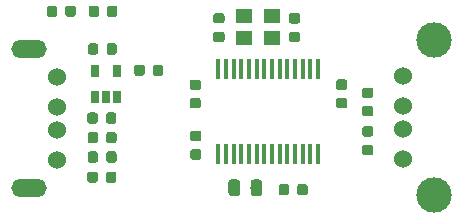
<source format=gtp>
G04 #@! TF.GenerationSoftware,KiCad,Pcbnew,(5.1.2)-1*
G04 #@! TF.CreationDate,2021-07-24T10:23:43+09:00*
G04 #@! TF.ProjectId,PS2USB,50533255-5342-42e6-9b69-6361645f7063,v2.1*
G04 #@! TF.SameCoordinates,Original*
G04 #@! TF.FileFunction,Paste,Top*
G04 #@! TF.FilePolarity,Positive*
%FSLAX46Y46*%
G04 Gerber Fmt 4.6, Leading zero omitted, Abs format (unit mm)*
G04 Created by KiCad (PCBNEW (5.1.2)-1) date 2021-07-24 10:23:43*
%MOMM*%
%LPD*%
G04 APERTURE LIST*
%ADD10C,0.050000*%
%ADD11C,0.875000*%
%ADD12R,0.650000X1.060000*%
%ADD13C,0.975000*%
%ADD14C,1.524000*%
%ADD15O,3.000000X1.500000*%
%ADD16C,3.000000*%
%ADD17R,1.400000X1.200000*%
%ADD18R,0.450000X1.750000*%
G04 APERTURE END LIST*
D10*
G36*
X104277691Y-93813553D02*
G01*
X104298926Y-93816703D01*
X104319750Y-93821919D01*
X104339962Y-93829151D01*
X104359368Y-93838330D01*
X104377781Y-93849366D01*
X104395024Y-93862154D01*
X104410930Y-93876570D01*
X104425346Y-93892476D01*
X104438134Y-93909719D01*
X104449170Y-93928132D01*
X104458349Y-93947538D01*
X104465581Y-93967750D01*
X104470797Y-93988574D01*
X104473947Y-94009809D01*
X104475000Y-94031250D01*
X104475000Y-94468750D01*
X104473947Y-94490191D01*
X104470797Y-94511426D01*
X104465581Y-94532250D01*
X104458349Y-94552462D01*
X104449170Y-94571868D01*
X104438134Y-94590281D01*
X104425346Y-94607524D01*
X104410930Y-94623430D01*
X104395024Y-94637846D01*
X104377781Y-94650634D01*
X104359368Y-94661670D01*
X104339962Y-94670849D01*
X104319750Y-94678081D01*
X104298926Y-94683297D01*
X104277691Y-94686447D01*
X104256250Y-94687500D01*
X103743750Y-94687500D01*
X103722309Y-94686447D01*
X103701074Y-94683297D01*
X103680250Y-94678081D01*
X103660038Y-94670849D01*
X103640632Y-94661670D01*
X103622219Y-94650634D01*
X103604976Y-94637846D01*
X103589070Y-94623430D01*
X103574654Y-94607524D01*
X103561866Y-94590281D01*
X103550830Y-94571868D01*
X103541651Y-94552462D01*
X103534419Y-94532250D01*
X103529203Y-94511426D01*
X103526053Y-94490191D01*
X103525000Y-94468750D01*
X103525000Y-94031250D01*
X103526053Y-94009809D01*
X103529203Y-93988574D01*
X103534419Y-93967750D01*
X103541651Y-93947538D01*
X103550830Y-93928132D01*
X103561866Y-93909719D01*
X103574654Y-93892476D01*
X103589070Y-93876570D01*
X103604976Y-93862154D01*
X103622219Y-93849366D01*
X103640632Y-93838330D01*
X103660038Y-93829151D01*
X103680250Y-93821919D01*
X103701074Y-93816703D01*
X103722309Y-93813553D01*
X103743750Y-93812500D01*
X104256250Y-93812500D01*
X104277691Y-93813553D01*
X104277691Y-93813553D01*
G37*
D11*
X104000000Y-94250000D03*
D10*
G36*
X104277691Y-92238553D02*
G01*
X104298926Y-92241703D01*
X104319750Y-92246919D01*
X104339962Y-92254151D01*
X104359368Y-92263330D01*
X104377781Y-92274366D01*
X104395024Y-92287154D01*
X104410930Y-92301570D01*
X104425346Y-92317476D01*
X104438134Y-92334719D01*
X104449170Y-92353132D01*
X104458349Y-92372538D01*
X104465581Y-92392750D01*
X104470797Y-92413574D01*
X104473947Y-92434809D01*
X104475000Y-92456250D01*
X104475000Y-92893750D01*
X104473947Y-92915191D01*
X104470797Y-92936426D01*
X104465581Y-92957250D01*
X104458349Y-92977462D01*
X104449170Y-92996868D01*
X104438134Y-93015281D01*
X104425346Y-93032524D01*
X104410930Y-93048430D01*
X104395024Y-93062846D01*
X104377781Y-93075634D01*
X104359368Y-93086670D01*
X104339962Y-93095849D01*
X104319750Y-93103081D01*
X104298926Y-93108297D01*
X104277691Y-93111447D01*
X104256250Y-93112500D01*
X103743750Y-93112500D01*
X103722309Y-93111447D01*
X103701074Y-93108297D01*
X103680250Y-93103081D01*
X103660038Y-93095849D01*
X103640632Y-93086670D01*
X103622219Y-93075634D01*
X103604976Y-93062846D01*
X103589070Y-93048430D01*
X103574654Y-93032524D01*
X103561866Y-93015281D01*
X103550830Y-92996868D01*
X103541651Y-92977462D01*
X103534419Y-92957250D01*
X103529203Y-92936426D01*
X103526053Y-92915191D01*
X103525000Y-92893750D01*
X103525000Y-92456250D01*
X103526053Y-92434809D01*
X103529203Y-92413574D01*
X103534419Y-92392750D01*
X103541651Y-92372538D01*
X103550830Y-92353132D01*
X103561866Y-92334719D01*
X103574654Y-92317476D01*
X103589070Y-92301570D01*
X103604976Y-92287154D01*
X103622219Y-92274366D01*
X103640632Y-92263330D01*
X103660038Y-92254151D01*
X103680250Y-92246919D01*
X103701074Y-92241703D01*
X103722309Y-92238553D01*
X103743750Y-92237500D01*
X104256250Y-92237500D01*
X104277691Y-92238553D01*
X104277691Y-92238553D01*
G37*
D11*
X104000000Y-92675000D03*
D10*
G36*
X82615191Y-82026053D02*
G01*
X82636426Y-82029203D01*
X82657250Y-82034419D01*
X82677462Y-82041651D01*
X82696868Y-82050830D01*
X82715281Y-82061866D01*
X82732524Y-82074654D01*
X82748430Y-82089070D01*
X82762846Y-82104976D01*
X82775634Y-82122219D01*
X82786670Y-82140632D01*
X82795849Y-82160038D01*
X82803081Y-82180250D01*
X82808297Y-82201074D01*
X82811447Y-82222309D01*
X82812500Y-82243750D01*
X82812500Y-82756250D01*
X82811447Y-82777691D01*
X82808297Y-82798926D01*
X82803081Y-82819750D01*
X82795849Y-82839962D01*
X82786670Y-82859368D01*
X82775634Y-82877781D01*
X82762846Y-82895024D01*
X82748430Y-82910930D01*
X82732524Y-82925346D01*
X82715281Y-82938134D01*
X82696868Y-82949170D01*
X82677462Y-82958349D01*
X82657250Y-82965581D01*
X82636426Y-82970797D01*
X82615191Y-82973947D01*
X82593750Y-82975000D01*
X82156250Y-82975000D01*
X82134809Y-82973947D01*
X82113574Y-82970797D01*
X82092750Y-82965581D01*
X82072538Y-82958349D01*
X82053132Y-82949170D01*
X82034719Y-82938134D01*
X82017476Y-82925346D01*
X82001570Y-82910930D01*
X81987154Y-82895024D01*
X81974366Y-82877781D01*
X81963330Y-82859368D01*
X81954151Y-82839962D01*
X81946919Y-82819750D01*
X81941703Y-82798926D01*
X81938553Y-82777691D01*
X81937500Y-82756250D01*
X81937500Y-82243750D01*
X81938553Y-82222309D01*
X81941703Y-82201074D01*
X81946919Y-82180250D01*
X81954151Y-82160038D01*
X81963330Y-82140632D01*
X81974366Y-82122219D01*
X81987154Y-82104976D01*
X82001570Y-82089070D01*
X82017476Y-82074654D01*
X82034719Y-82061866D01*
X82053132Y-82050830D01*
X82072538Y-82041651D01*
X82092750Y-82034419D01*
X82113574Y-82029203D01*
X82134809Y-82026053D01*
X82156250Y-82025000D01*
X82593750Y-82025000D01*
X82615191Y-82026053D01*
X82615191Y-82026053D01*
G37*
D11*
X82375000Y-82500000D03*
D10*
G36*
X81040191Y-82026053D02*
G01*
X81061426Y-82029203D01*
X81082250Y-82034419D01*
X81102462Y-82041651D01*
X81121868Y-82050830D01*
X81140281Y-82061866D01*
X81157524Y-82074654D01*
X81173430Y-82089070D01*
X81187846Y-82104976D01*
X81200634Y-82122219D01*
X81211670Y-82140632D01*
X81220849Y-82160038D01*
X81228081Y-82180250D01*
X81233297Y-82201074D01*
X81236447Y-82222309D01*
X81237500Y-82243750D01*
X81237500Y-82756250D01*
X81236447Y-82777691D01*
X81233297Y-82798926D01*
X81228081Y-82819750D01*
X81220849Y-82839962D01*
X81211670Y-82859368D01*
X81200634Y-82877781D01*
X81187846Y-82895024D01*
X81173430Y-82910930D01*
X81157524Y-82925346D01*
X81140281Y-82938134D01*
X81121868Y-82949170D01*
X81102462Y-82958349D01*
X81082250Y-82965581D01*
X81061426Y-82970797D01*
X81040191Y-82973947D01*
X81018750Y-82975000D01*
X80581250Y-82975000D01*
X80559809Y-82973947D01*
X80538574Y-82970797D01*
X80517750Y-82965581D01*
X80497538Y-82958349D01*
X80478132Y-82949170D01*
X80459719Y-82938134D01*
X80442476Y-82925346D01*
X80426570Y-82910930D01*
X80412154Y-82895024D01*
X80399366Y-82877781D01*
X80388330Y-82859368D01*
X80379151Y-82839962D01*
X80371919Y-82819750D01*
X80366703Y-82798926D01*
X80363553Y-82777691D01*
X80362500Y-82756250D01*
X80362500Y-82243750D01*
X80363553Y-82222309D01*
X80366703Y-82201074D01*
X80371919Y-82180250D01*
X80379151Y-82160038D01*
X80388330Y-82140632D01*
X80399366Y-82122219D01*
X80412154Y-82104976D01*
X80426570Y-82089070D01*
X80442476Y-82074654D01*
X80459719Y-82061866D01*
X80478132Y-82050830D01*
X80497538Y-82041651D01*
X80517750Y-82034419D01*
X80538574Y-82029203D01*
X80559809Y-82026053D01*
X80581250Y-82025000D01*
X81018750Y-82025000D01*
X81040191Y-82026053D01*
X81040191Y-82026053D01*
G37*
D11*
X80800000Y-82500000D03*
D12*
X80900000Y-87550000D03*
X82800000Y-87550000D03*
X82800000Y-89750000D03*
X81850000Y-89750000D03*
X80900000Y-89750000D03*
D10*
G36*
X102077691Y-88276053D02*
G01*
X102098926Y-88279203D01*
X102119750Y-88284419D01*
X102139962Y-88291651D01*
X102159368Y-88300830D01*
X102177781Y-88311866D01*
X102195024Y-88324654D01*
X102210930Y-88339070D01*
X102225346Y-88354976D01*
X102238134Y-88372219D01*
X102249170Y-88390632D01*
X102258349Y-88410038D01*
X102265581Y-88430250D01*
X102270797Y-88451074D01*
X102273947Y-88472309D01*
X102275000Y-88493750D01*
X102275000Y-88931250D01*
X102273947Y-88952691D01*
X102270797Y-88973926D01*
X102265581Y-88994750D01*
X102258349Y-89014962D01*
X102249170Y-89034368D01*
X102238134Y-89052781D01*
X102225346Y-89070024D01*
X102210930Y-89085930D01*
X102195024Y-89100346D01*
X102177781Y-89113134D01*
X102159368Y-89124170D01*
X102139962Y-89133349D01*
X102119750Y-89140581D01*
X102098926Y-89145797D01*
X102077691Y-89148947D01*
X102056250Y-89150000D01*
X101543750Y-89150000D01*
X101522309Y-89148947D01*
X101501074Y-89145797D01*
X101480250Y-89140581D01*
X101460038Y-89133349D01*
X101440632Y-89124170D01*
X101422219Y-89113134D01*
X101404976Y-89100346D01*
X101389070Y-89085930D01*
X101374654Y-89070024D01*
X101361866Y-89052781D01*
X101350830Y-89034368D01*
X101341651Y-89014962D01*
X101334419Y-88994750D01*
X101329203Y-88973926D01*
X101326053Y-88952691D01*
X101325000Y-88931250D01*
X101325000Y-88493750D01*
X101326053Y-88472309D01*
X101329203Y-88451074D01*
X101334419Y-88430250D01*
X101341651Y-88410038D01*
X101350830Y-88390632D01*
X101361866Y-88372219D01*
X101374654Y-88354976D01*
X101389070Y-88339070D01*
X101404976Y-88324654D01*
X101422219Y-88311866D01*
X101440632Y-88300830D01*
X101460038Y-88291651D01*
X101480250Y-88284419D01*
X101501074Y-88279203D01*
X101522309Y-88276053D01*
X101543750Y-88275000D01*
X102056250Y-88275000D01*
X102077691Y-88276053D01*
X102077691Y-88276053D01*
G37*
D11*
X101800000Y-88712500D03*
D10*
G36*
X102077691Y-89851053D02*
G01*
X102098926Y-89854203D01*
X102119750Y-89859419D01*
X102139962Y-89866651D01*
X102159368Y-89875830D01*
X102177781Y-89886866D01*
X102195024Y-89899654D01*
X102210930Y-89914070D01*
X102225346Y-89929976D01*
X102238134Y-89947219D01*
X102249170Y-89965632D01*
X102258349Y-89985038D01*
X102265581Y-90005250D01*
X102270797Y-90026074D01*
X102273947Y-90047309D01*
X102275000Y-90068750D01*
X102275000Y-90506250D01*
X102273947Y-90527691D01*
X102270797Y-90548926D01*
X102265581Y-90569750D01*
X102258349Y-90589962D01*
X102249170Y-90609368D01*
X102238134Y-90627781D01*
X102225346Y-90645024D01*
X102210930Y-90660930D01*
X102195024Y-90675346D01*
X102177781Y-90688134D01*
X102159368Y-90699170D01*
X102139962Y-90708349D01*
X102119750Y-90715581D01*
X102098926Y-90720797D01*
X102077691Y-90723947D01*
X102056250Y-90725000D01*
X101543750Y-90725000D01*
X101522309Y-90723947D01*
X101501074Y-90720797D01*
X101480250Y-90715581D01*
X101460038Y-90708349D01*
X101440632Y-90699170D01*
X101422219Y-90688134D01*
X101404976Y-90675346D01*
X101389070Y-90660930D01*
X101374654Y-90645024D01*
X101361866Y-90627781D01*
X101350830Y-90609368D01*
X101341651Y-90589962D01*
X101334419Y-90569750D01*
X101329203Y-90548926D01*
X101326053Y-90527691D01*
X101325000Y-90506250D01*
X101325000Y-90068750D01*
X101326053Y-90047309D01*
X101329203Y-90026074D01*
X101334419Y-90005250D01*
X101341651Y-89985038D01*
X101350830Y-89965632D01*
X101361866Y-89947219D01*
X101374654Y-89929976D01*
X101389070Y-89914070D01*
X101404976Y-89899654D01*
X101422219Y-89886866D01*
X101440632Y-89875830D01*
X101460038Y-89866651D01*
X101480250Y-89859419D01*
X101501074Y-89854203D01*
X101522309Y-89851053D01*
X101543750Y-89850000D01*
X102056250Y-89850000D01*
X102077691Y-89851053D01*
X102077691Y-89851053D01*
G37*
D11*
X101800000Y-90287500D03*
D10*
G36*
X92967642Y-96751174D02*
G01*
X92991303Y-96754684D01*
X93014507Y-96760496D01*
X93037029Y-96768554D01*
X93058653Y-96778782D01*
X93079170Y-96791079D01*
X93098383Y-96805329D01*
X93116107Y-96821393D01*
X93132171Y-96839117D01*
X93146421Y-96858330D01*
X93158718Y-96878847D01*
X93168946Y-96900471D01*
X93177004Y-96922993D01*
X93182816Y-96946197D01*
X93186326Y-96969858D01*
X93187500Y-96993750D01*
X93187500Y-97906250D01*
X93186326Y-97930142D01*
X93182816Y-97953803D01*
X93177004Y-97977007D01*
X93168946Y-97999529D01*
X93158718Y-98021153D01*
X93146421Y-98041670D01*
X93132171Y-98060883D01*
X93116107Y-98078607D01*
X93098383Y-98094671D01*
X93079170Y-98108921D01*
X93058653Y-98121218D01*
X93037029Y-98131446D01*
X93014507Y-98139504D01*
X92991303Y-98145316D01*
X92967642Y-98148826D01*
X92943750Y-98150000D01*
X92456250Y-98150000D01*
X92432358Y-98148826D01*
X92408697Y-98145316D01*
X92385493Y-98139504D01*
X92362971Y-98131446D01*
X92341347Y-98121218D01*
X92320830Y-98108921D01*
X92301617Y-98094671D01*
X92283893Y-98078607D01*
X92267829Y-98060883D01*
X92253579Y-98041670D01*
X92241282Y-98021153D01*
X92231054Y-97999529D01*
X92222996Y-97977007D01*
X92217184Y-97953803D01*
X92213674Y-97930142D01*
X92212500Y-97906250D01*
X92212500Y-96993750D01*
X92213674Y-96969858D01*
X92217184Y-96946197D01*
X92222996Y-96922993D01*
X92231054Y-96900471D01*
X92241282Y-96878847D01*
X92253579Y-96858330D01*
X92267829Y-96839117D01*
X92283893Y-96821393D01*
X92301617Y-96805329D01*
X92320830Y-96791079D01*
X92341347Y-96778782D01*
X92362971Y-96768554D01*
X92385493Y-96760496D01*
X92408697Y-96754684D01*
X92432358Y-96751174D01*
X92456250Y-96750000D01*
X92943750Y-96750000D01*
X92967642Y-96751174D01*
X92967642Y-96751174D01*
G37*
D13*
X92700000Y-97450000D03*
D10*
G36*
X94842642Y-96751174D02*
G01*
X94866303Y-96754684D01*
X94889507Y-96760496D01*
X94912029Y-96768554D01*
X94933653Y-96778782D01*
X94954170Y-96791079D01*
X94973383Y-96805329D01*
X94991107Y-96821393D01*
X95007171Y-96839117D01*
X95021421Y-96858330D01*
X95033718Y-96878847D01*
X95043946Y-96900471D01*
X95052004Y-96922993D01*
X95057816Y-96946197D01*
X95061326Y-96969858D01*
X95062500Y-96993750D01*
X95062500Y-97906250D01*
X95061326Y-97930142D01*
X95057816Y-97953803D01*
X95052004Y-97977007D01*
X95043946Y-97999529D01*
X95033718Y-98021153D01*
X95021421Y-98041670D01*
X95007171Y-98060883D01*
X94991107Y-98078607D01*
X94973383Y-98094671D01*
X94954170Y-98108921D01*
X94933653Y-98121218D01*
X94912029Y-98131446D01*
X94889507Y-98139504D01*
X94866303Y-98145316D01*
X94842642Y-98148826D01*
X94818750Y-98150000D01*
X94331250Y-98150000D01*
X94307358Y-98148826D01*
X94283697Y-98145316D01*
X94260493Y-98139504D01*
X94237971Y-98131446D01*
X94216347Y-98121218D01*
X94195830Y-98108921D01*
X94176617Y-98094671D01*
X94158893Y-98078607D01*
X94142829Y-98060883D01*
X94128579Y-98041670D01*
X94116282Y-98021153D01*
X94106054Y-97999529D01*
X94097996Y-97977007D01*
X94092184Y-97953803D01*
X94088674Y-97930142D01*
X94087500Y-97906250D01*
X94087500Y-96993750D01*
X94088674Y-96969858D01*
X94092184Y-96946197D01*
X94097996Y-96922993D01*
X94106054Y-96900471D01*
X94116282Y-96878847D01*
X94128579Y-96858330D01*
X94142829Y-96839117D01*
X94158893Y-96821393D01*
X94176617Y-96805329D01*
X94195830Y-96791079D01*
X94216347Y-96778782D01*
X94237971Y-96768554D01*
X94260493Y-96760496D01*
X94283697Y-96754684D01*
X94307358Y-96751174D01*
X94331250Y-96750000D01*
X94818750Y-96750000D01*
X94842642Y-96751174D01*
X94842642Y-96751174D01*
G37*
D13*
X94575000Y-97450000D03*
D14*
X77700000Y-95100000D03*
X77700000Y-92600000D03*
X77700000Y-90600000D03*
X77700000Y-88100000D03*
D15*
X75300000Y-85700000D03*
X75300000Y-97500000D03*
D10*
G36*
X80940191Y-96076053D02*
G01*
X80961426Y-96079203D01*
X80982250Y-96084419D01*
X81002462Y-96091651D01*
X81021868Y-96100830D01*
X81040281Y-96111866D01*
X81057524Y-96124654D01*
X81073430Y-96139070D01*
X81087846Y-96154976D01*
X81100634Y-96172219D01*
X81111670Y-96190632D01*
X81120849Y-96210038D01*
X81128081Y-96230250D01*
X81133297Y-96251074D01*
X81136447Y-96272309D01*
X81137500Y-96293750D01*
X81137500Y-96806250D01*
X81136447Y-96827691D01*
X81133297Y-96848926D01*
X81128081Y-96869750D01*
X81120849Y-96889962D01*
X81111670Y-96909368D01*
X81100634Y-96927781D01*
X81087846Y-96945024D01*
X81073430Y-96960930D01*
X81057524Y-96975346D01*
X81040281Y-96988134D01*
X81021868Y-96999170D01*
X81002462Y-97008349D01*
X80982250Y-97015581D01*
X80961426Y-97020797D01*
X80940191Y-97023947D01*
X80918750Y-97025000D01*
X80481250Y-97025000D01*
X80459809Y-97023947D01*
X80438574Y-97020797D01*
X80417750Y-97015581D01*
X80397538Y-97008349D01*
X80378132Y-96999170D01*
X80359719Y-96988134D01*
X80342476Y-96975346D01*
X80326570Y-96960930D01*
X80312154Y-96945024D01*
X80299366Y-96927781D01*
X80288330Y-96909368D01*
X80279151Y-96889962D01*
X80271919Y-96869750D01*
X80266703Y-96848926D01*
X80263553Y-96827691D01*
X80262500Y-96806250D01*
X80262500Y-96293750D01*
X80263553Y-96272309D01*
X80266703Y-96251074D01*
X80271919Y-96230250D01*
X80279151Y-96210038D01*
X80288330Y-96190632D01*
X80299366Y-96172219D01*
X80312154Y-96154976D01*
X80326570Y-96139070D01*
X80342476Y-96124654D01*
X80359719Y-96111866D01*
X80378132Y-96100830D01*
X80397538Y-96091651D01*
X80417750Y-96084419D01*
X80438574Y-96079203D01*
X80459809Y-96076053D01*
X80481250Y-96075000D01*
X80918750Y-96075000D01*
X80940191Y-96076053D01*
X80940191Y-96076053D01*
G37*
D11*
X80700000Y-96550000D03*
D10*
G36*
X82515191Y-96076053D02*
G01*
X82536426Y-96079203D01*
X82557250Y-96084419D01*
X82577462Y-96091651D01*
X82596868Y-96100830D01*
X82615281Y-96111866D01*
X82632524Y-96124654D01*
X82648430Y-96139070D01*
X82662846Y-96154976D01*
X82675634Y-96172219D01*
X82686670Y-96190632D01*
X82695849Y-96210038D01*
X82703081Y-96230250D01*
X82708297Y-96251074D01*
X82711447Y-96272309D01*
X82712500Y-96293750D01*
X82712500Y-96806250D01*
X82711447Y-96827691D01*
X82708297Y-96848926D01*
X82703081Y-96869750D01*
X82695849Y-96889962D01*
X82686670Y-96909368D01*
X82675634Y-96927781D01*
X82662846Y-96945024D01*
X82648430Y-96960930D01*
X82632524Y-96975346D01*
X82615281Y-96988134D01*
X82596868Y-96999170D01*
X82577462Y-97008349D01*
X82557250Y-97015581D01*
X82536426Y-97020797D01*
X82515191Y-97023947D01*
X82493750Y-97025000D01*
X82056250Y-97025000D01*
X82034809Y-97023947D01*
X82013574Y-97020797D01*
X81992750Y-97015581D01*
X81972538Y-97008349D01*
X81953132Y-96999170D01*
X81934719Y-96988134D01*
X81917476Y-96975346D01*
X81901570Y-96960930D01*
X81887154Y-96945024D01*
X81874366Y-96927781D01*
X81863330Y-96909368D01*
X81854151Y-96889962D01*
X81846919Y-96869750D01*
X81841703Y-96848926D01*
X81838553Y-96827691D01*
X81837500Y-96806250D01*
X81837500Y-96293750D01*
X81838553Y-96272309D01*
X81841703Y-96251074D01*
X81846919Y-96230250D01*
X81854151Y-96210038D01*
X81863330Y-96190632D01*
X81874366Y-96172219D01*
X81887154Y-96154976D01*
X81901570Y-96139070D01*
X81917476Y-96124654D01*
X81934719Y-96111866D01*
X81953132Y-96100830D01*
X81972538Y-96091651D01*
X81992750Y-96084419D01*
X82013574Y-96079203D01*
X82034809Y-96076053D01*
X82056250Y-96075000D01*
X82493750Y-96075000D01*
X82515191Y-96076053D01*
X82515191Y-96076053D01*
G37*
D11*
X82275000Y-96550000D03*
D10*
G36*
X89677691Y-88288553D02*
G01*
X89698926Y-88291703D01*
X89719750Y-88296919D01*
X89739962Y-88304151D01*
X89759368Y-88313330D01*
X89777781Y-88324366D01*
X89795024Y-88337154D01*
X89810930Y-88351570D01*
X89825346Y-88367476D01*
X89838134Y-88384719D01*
X89849170Y-88403132D01*
X89858349Y-88422538D01*
X89865581Y-88442750D01*
X89870797Y-88463574D01*
X89873947Y-88484809D01*
X89875000Y-88506250D01*
X89875000Y-88943750D01*
X89873947Y-88965191D01*
X89870797Y-88986426D01*
X89865581Y-89007250D01*
X89858349Y-89027462D01*
X89849170Y-89046868D01*
X89838134Y-89065281D01*
X89825346Y-89082524D01*
X89810930Y-89098430D01*
X89795024Y-89112846D01*
X89777781Y-89125634D01*
X89759368Y-89136670D01*
X89739962Y-89145849D01*
X89719750Y-89153081D01*
X89698926Y-89158297D01*
X89677691Y-89161447D01*
X89656250Y-89162500D01*
X89143750Y-89162500D01*
X89122309Y-89161447D01*
X89101074Y-89158297D01*
X89080250Y-89153081D01*
X89060038Y-89145849D01*
X89040632Y-89136670D01*
X89022219Y-89125634D01*
X89004976Y-89112846D01*
X88989070Y-89098430D01*
X88974654Y-89082524D01*
X88961866Y-89065281D01*
X88950830Y-89046868D01*
X88941651Y-89027462D01*
X88934419Y-89007250D01*
X88929203Y-88986426D01*
X88926053Y-88965191D01*
X88925000Y-88943750D01*
X88925000Y-88506250D01*
X88926053Y-88484809D01*
X88929203Y-88463574D01*
X88934419Y-88442750D01*
X88941651Y-88422538D01*
X88950830Y-88403132D01*
X88961866Y-88384719D01*
X88974654Y-88367476D01*
X88989070Y-88351570D01*
X89004976Y-88337154D01*
X89022219Y-88324366D01*
X89040632Y-88313330D01*
X89060038Y-88304151D01*
X89080250Y-88296919D01*
X89101074Y-88291703D01*
X89122309Y-88288553D01*
X89143750Y-88287500D01*
X89656250Y-88287500D01*
X89677691Y-88288553D01*
X89677691Y-88288553D01*
G37*
D11*
X89400000Y-88725000D03*
D10*
G36*
X89677691Y-89863553D02*
G01*
X89698926Y-89866703D01*
X89719750Y-89871919D01*
X89739962Y-89879151D01*
X89759368Y-89888330D01*
X89777781Y-89899366D01*
X89795024Y-89912154D01*
X89810930Y-89926570D01*
X89825346Y-89942476D01*
X89838134Y-89959719D01*
X89849170Y-89978132D01*
X89858349Y-89997538D01*
X89865581Y-90017750D01*
X89870797Y-90038574D01*
X89873947Y-90059809D01*
X89875000Y-90081250D01*
X89875000Y-90518750D01*
X89873947Y-90540191D01*
X89870797Y-90561426D01*
X89865581Y-90582250D01*
X89858349Y-90602462D01*
X89849170Y-90621868D01*
X89838134Y-90640281D01*
X89825346Y-90657524D01*
X89810930Y-90673430D01*
X89795024Y-90687846D01*
X89777781Y-90700634D01*
X89759368Y-90711670D01*
X89739962Y-90720849D01*
X89719750Y-90728081D01*
X89698926Y-90733297D01*
X89677691Y-90736447D01*
X89656250Y-90737500D01*
X89143750Y-90737500D01*
X89122309Y-90736447D01*
X89101074Y-90733297D01*
X89080250Y-90728081D01*
X89060038Y-90720849D01*
X89040632Y-90711670D01*
X89022219Y-90700634D01*
X89004976Y-90687846D01*
X88989070Y-90673430D01*
X88974654Y-90657524D01*
X88961866Y-90640281D01*
X88950830Y-90621868D01*
X88941651Y-90602462D01*
X88934419Y-90582250D01*
X88929203Y-90561426D01*
X88926053Y-90540191D01*
X88925000Y-90518750D01*
X88925000Y-90081250D01*
X88926053Y-90059809D01*
X88929203Y-90038574D01*
X88934419Y-90017750D01*
X88941651Y-89997538D01*
X88950830Y-89978132D01*
X88961866Y-89959719D01*
X88974654Y-89942476D01*
X88989070Y-89926570D01*
X89004976Y-89912154D01*
X89022219Y-89899366D01*
X89040632Y-89888330D01*
X89060038Y-89879151D01*
X89080250Y-89871919D01*
X89101074Y-89866703D01*
X89122309Y-89863553D01*
X89143750Y-89862500D01*
X89656250Y-89862500D01*
X89677691Y-89863553D01*
X89677691Y-89863553D01*
G37*
D11*
X89400000Y-90300000D03*
D10*
G36*
X98715191Y-97126053D02*
G01*
X98736426Y-97129203D01*
X98757250Y-97134419D01*
X98777462Y-97141651D01*
X98796868Y-97150830D01*
X98815281Y-97161866D01*
X98832524Y-97174654D01*
X98848430Y-97189070D01*
X98862846Y-97204976D01*
X98875634Y-97222219D01*
X98886670Y-97240632D01*
X98895849Y-97260038D01*
X98903081Y-97280250D01*
X98908297Y-97301074D01*
X98911447Y-97322309D01*
X98912500Y-97343750D01*
X98912500Y-97856250D01*
X98911447Y-97877691D01*
X98908297Y-97898926D01*
X98903081Y-97919750D01*
X98895849Y-97939962D01*
X98886670Y-97959368D01*
X98875634Y-97977781D01*
X98862846Y-97995024D01*
X98848430Y-98010930D01*
X98832524Y-98025346D01*
X98815281Y-98038134D01*
X98796868Y-98049170D01*
X98777462Y-98058349D01*
X98757250Y-98065581D01*
X98736426Y-98070797D01*
X98715191Y-98073947D01*
X98693750Y-98075000D01*
X98256250Y-98075000D01*
X98234809Y-98073947D01*
X98213574Y-98070797D01*
X98192750Y-98065581D01*
X98172538Y-98058349D01*
X98153132Y-98049170D01*
X98134719Y-98038134D01*
X98117476Y-98025346D01*
X98101570Y-98010930D01*
X98087154Y-97995024D01*
X98074366Y-97977781D01*
X98063330Y-97959368D01*
X98054151Y-97939962D01*
X98046919Y-97919750D01*
X98041703Y-97898926D01*
X98038553Y-97877691D01*
X98037500Y-97856250D01*
X98037500Y-97343750D01*
X98038553Y-97322309D01*
X98041703Y-97301074D01*
X98046919Y-97280250D01*
X98054151Y-97260038D01*
X98063330Y-97240632D01*
X98074366Y-97222219D01*
X98087154Y-97204976D01*
X98101570Y-97189070D01*
X98117476Y-97174654D01*
X98134719Y-97161866D01*
X98153132Y-97150830D01*
X98172538Y-97141651D01*
X98192750Y-97134419D01*
X98213574Y-97129203D01*
X98234809Y-97126053D01*
X98256250Y-97125000D01*
X98693750Y-97125000D01*
X98715191Y-97126053D01*
X98715191Y-97126053D01*
G37*
D11*
X98475000Y-97600000D03*
D10*
G36*
X97140191Y-97126053D02*
G01*
X97161426Y-97129203D01*
X97182250Y-97134419D01*
X97202462Y-97141651D01*
X97221868Y-97150830D01*
X97240281Y-97161866D01*
X97257524Y-97174654D01*
X97273430Y-97189070D01*
X97287846Y-97204976D01*
X97300634Y-97222219D01*
X97311670Y-97240632D01*
X97320849Y-97260038D01*
X97328081Y-97280250D01*
X97333297Y-97301074D01*
X97336447Y-97322309D01*
X97337500Y-97343750D01*
X97337500Y-97856250D01*
X97336447Y-97877691D01*
X97333297Y-97898926D01*
X97328081Y-97919750D01*
X97320849Y-97939962D01*
X97311670Y-97959368D01*
X97300634Y-97977781D01*
X97287846Y-97995024D01*
X97273430Y-98010930D01*
X97257524Y-98025346D01*
X97240281Y-98038134D01*
X97221868Y-98049170D01*
X97202462Y-98058349D01*
X97182250Y-98065581D01*
X97161426Y-98070797D01*
X97140191Y-98073947D01*
X97118750Y-98075000D01*
X96681250Y-98075000D01*
X96659809Y-98073947D01*
X96638574Y-98070797D01*
X96617750Y-98065581D01*
X96597538Y-98058349D01*
X96578132Y-98049170D01*
X96559719Y-98038134D01*
X96542476Y-98025346D01*
X96526570Y-98010930D01*
X96512154Y-97995024D01*
X96499366Y-97977781D01*
X96488330Y-97959368D01*
X96479151Y-97939962D01*
X96471919Y-97919750D01*
X96466703Y-97898926D01*
X96463553Y-97877691D01*
X96462500Y-97856250D01*
X96462500Y-97343750D01*
X96463553Y-97322309D01*
X96466703Y-97301074D01*
X96471919Y-97280250D01*
X96479151Y-97260038D01*
X96488330Y-97240632D01*
X96499366Y-97222219D01*
X96512154Y-97204976D01*
X96526570Y-97189070D01*
X96542476Y-97174654D01*
X96559719Y-97161866D01*
X96578132Y-97150830D01*
X96597538Y-97141651D01*
X96617750Y-97134419D01*
X96638574Y-97129203D01*
X96659809Y-97126053D01*
X96681250Y-97125000D01*
X97118750Y-97125000D01*
X97140191Y-97126053D01*
X97140191Y-97126053D01*
G37*
D11*
X96900000Y-97600000D03*
D10*
G36*
X89727691Y-92626053D02*
G01*
X89748926Y-92629203D01*
X89769750Y-92634419D01*
X89789962Y-92641651D01*
X89809368Y-92650830D01*
X89827781Y-92661866D01*
X89845024Y-92674654D01*
X89860930Y-92689070D01*
X89875346Y-92704976D01*
X89888134Y-92722219D01*
X89899170Y-92740632D01*
X89908349Y-92760038D01*
X89915581Y-92780250D01*
X89920797Y-92801074D01*
X89923947Y-92822309D01*
X89925000Y-92843750D01*
X89925000Y-93281250D01*
X89923947Y-93302691D01*
X89920797Y-93323926D01*
X89915581Y-93344750D01*
X89908349Y-93364962D01*
X89899170Y-93384368D01*
X89888134Y-93402781D01*
X89875346Y-93420024D01*
X89860930Y-93435930D01*
X89845024Y-93450346D01*
X89827781Y-93463134D01*
X89809368Y-93474170D01*
X89789962Y-93483349D01*
X89769750Y-93490581D01*
X89748926Y-93495797D01*
X89727691Y-93498947D01*
X89706250Y-93500000D01*
X89193750Y-93500000D01*
X89172309Y-93498947D01*
X89151074Y-93495797D01*
X89130250Y-93490581D01*
X89110038Y-93483349D01*
X89090632Y-93474170D01*
X89072219Y-93463134D01*
X89054976Y-93450346D01*
X89039070Y-93435930D01*
X89024654Y-93420024D01*
X89011866Y-93402781D01*
X89000830Y-93384368D01*
X88991651Y-93364962D01*
X88984419Y-93344750D01*
X88979203Y-93323926D01*
X88976053Y-93302691D01*
X88975000Y-93281250D01*
X88975000Y-92843750D01*
X88976053Y-92822309D01*
X88979203Y-92801074D01*
X88984419Y-92780250D01*
X88991651Y-92760038D01*
X89000830Y-92740632D01*
X89011866Y-92722219D01*
X89024654Y-92704976D01*
X89039070Y-92689070D01*
X89054976Y-92674654D01*
X89072219Y-92661866D01*
X89090632Y-92650830D01*
X89110038Y-92641651D01*
X89130250Y-92634419D01*
X89151074Y-92629203D01*
X89172309Y-92626053D01*
X89193750Y-92625000D01*
X89706250Y-92625000D01*
X89727691Y-92626053D01*
X89727691Y-92626053D01*
G37*
D11*
X89450000Y-93062500D03*
D10*
G36*
X89727691Y-94201053D02*
G01*
X89748926Y-94204203D01*
X89769750Y-94209419D01*
X89789962Y-94216651D01*
X89809368Y-94225830D01*
X89827781Y-94236866D01*
X89845024Y-94249654D01*
X89860930Y-94264070D01*
X89875346Y-94279976D01*
X89888134Y-94297219D01*
X89899170Y-94315632D01*
X89908349Y-94335038D01*
X89915581Y-94355250D01*
X89920797Y-94376074D01*
X89923947Y-94397309D01*
X89925000Y-94418750D01*
X89925000Y-94856250D01*
X89923947Y-94877691D01*
X89920797Y-94898926D01*
X89915581Y-94919750D01*
X89908349Y-94939962D01*
X89899170Y-94959368D01*
X89888134Y-94977781D01*
X89875346Y-94995024D01*
X89860930Y-95010930D01*
X89845024Y-95025346D01*
X89827781Y-95038134D01*
X89809368Y-95049170D01*
X89789962Y-95058349D01*
X89769750Y-95065581D01*
X89748926Y-95070797D01*
X89727691Y-95073947D01*
X89706250Y-95075000D01*
X89193750Y-95075000D01*
X89172309Y-95073947D01*
X89151074Y-95070797D01*
X89130250Y-95065581D01*
X89110038Y-95058349D01*
X89090632Y-95049170D01*
X89072219Y-95038134D01*
X89054976Y-95025346D01*
X89039070Y-95010930D01*
X89024654Y-94995024D01*
X89011866Y-94977781D01*
X89000830Y-94959368D01*
X88991651Y-94939962D01*
X88984419Y-94919750D01*
X88979203Y-94898926D01*
X88976053Y-94877691D01*
X88975000Y-94856250D01*
X88975000Y-94418750D01*
X88976053Y-94397309D01*
X88979203Y-94376074D01*
X88984419Y-94355250D01*
X88991651Y-94335038D01*
X89000830Y-94315632D01*
X89011866Y-94297219D01*
X89024654Y-94279976D01*
X89039070Y-94264070D01*
X89054976Y-94249654D01*
X89072219Y-94236866D01*
X89090632Y-94225830D01*
X89110038Y-94216651D01*
X89130250Y-94209419D01*
X89151074Y-94204203D01*
X89172309Y-94201053D01*
X89193750Y-94200000D01*
X89706250Y-94200000D01*
X89727691Y-94201053D01*
X89727691Y-94201053D01*
G37*
D11*
X89450000Y-94637500D03*
D10*
G36*
X82565191Y-85226053D02*
G01*
X82586426Y-85229203D01*
X82607250Y-85234419D01*
X82627462Y-85241651D01*
X82646868Y-85250830D01*
X82665281Y-85261866D01*
X82682524Y-85274654D01*
X82698430Y-85289070D01*
X82712846Y-85304976D01*
X82725634Y-85322219D01*
X82736670Y-85340632D01*
X82745849Y-85360038D01*
X82753081Y-85380250D01*
X82758297Y-85401074D01*
X82761447Y-85422309D01*
X82762500Y-85443750D01*
X82762500Y-85956250D01*
X82761447Y-85977691D01*
X82758297Y-85998926D01*
X82753081Y-86019750D01*
X82745849Y-86039962D01*
X82736670Y-86059368D01*
X82725634Y-86077781D01*
X82712846Y-86095024D01*
X82698430Y-86110930D01*
X82682524Y-86125346D01*
X82665281Y-86138134D01*
X82646868Y-86149170D01*
X82627462Y-86158349D01*
X82607250Y-86165581D01*
X82586426Y-86170797D01*
X82565191Y-86173947D01*
X82543750Y-86175000D01*
X82106250Y-86175000D01*
X82084809Y-86173947D01*
X82063574Y-86170797D01*
X82042750Y-86165581D01*
X82022538Y-86158349D01*
X82003132Y-86149170D01*
X81984719Y-86138134D01*
X81967476Y-86125346D01*
X81951570Y-86110930D01*
X81937154Y-86095024D01*
X81924366Y-86077781D01*
X81913330Y-86059368D01*
X81904151Y-86039962D01*
X81896919Y-86019750D01*
X81891703Y-85998926D01*
X81888553Y-85977691D01*
X81887500Y-85956250D01*
X81887500Y-85443750D01*
X81888553Y-85422309D01*
X81891703Y-85401074D01*
X81896919Y-85380250D01*
X81904151Y-85360038D01*
X81913330Y-85340632D01*
X81924366Y-85322219D01*
X81937154Y-85304976D01*
X81951570Y-85289070D01*
X81967476Y-85274654D01*
X81984719Y-85261866D01*
X82003132Y-85250830D01*
X82022538Y-85241651D01*
X82042750Y-85234419D01*
X82063574Y-85229203D01*
X82084809Y-85226053D01*
X82106250Y-85225000D01*
X82543750Y-85225000D01*
X82565191Y-85226053D01*
X82565191Y-85226053D01*
G37*
D11*
X82325000Y-85700000D03*
D10*
G36*
X80990191Y-85226053D02*
G01*
X81011426Y-85229203D01*
X81032250Y-85234419D01*
X81052462Y-85241651D01*
X81071868Y-85250830D01*
X81090281Y-85261866D01*
X81107524Y-85274654D01*
X81123430Y-85289070D01*
X81137846Y-85304976D01*
X81150634Y-85322219D01*
X81161670Y-85340632D01*
X81170849Y-85360038D01*
X81178081Y-85380250D01*
X81183297Y-85401074D01*
X81186447Y-85422309D01*
X81187500Y-85443750D01*
X81187500Y-85956250D01*
X81186447Y-85977691D01*
X81183297Y-85998926D01*
X81178081Y-86019750D01*
X81170849Y-86039962D01*
X81161670Y-86059368D01*
X81150634Y-86077781D01*
X81137846Y-86095024D01*
X81123430Y-86110930D01*
X81107524Y-86125346D01*
X81090281Y-86138134D01*
X81071868Y-86149170D01*
X81052462Y-86158349D01*
X81032250Y-86165581D01*
X81011426Y-86170797D01*
X80990191Y-86173947D01*
X80968750Y-86175000D01*
X80531250Y-86175000D01*
X80509809Y-86173947D01*
X80488574Y-86170797D01*
X80467750Y-86165581D01*
X80447538Y-86158349D01*
X80428132Y-86149170D01*
X80409719Y-86138134D01*
X80392476Y-86125346D01*
X80376570Y-86110930D01*
X80362154Y-86095024D01*
X80349366Y-86077781D01*
X80338330Y-86059368D01*
X80329151Y-86039962D01*
X80321919Y-86019750D01*
X80316703Y-85998926D01*
X80313553Y-85977691D01*
X80312500Y-85956250D01*
X80312500Y-85443750D01*
X80313553Y-85422309D01*
X80316703Y-85401074D01*
X80321919Y-85380250D01*
X80329151Y-85360038D01*
X80338330Y-85340632D01*
X80349366Y-85322219D01*
X80362154Y-85304976D01*
X80376570Y-85289070D01*
X80392476Y-85274654D01*
X80409719Y-85261866D01*
X80428132Y-85250830D01*
X80447538Y-85241651D01*
X80467750Y-85234419D01*
X80488574Y-85229203D01*
X80509809Y-85226053D01*
X80531250Y-85225000D01*
X80968750Y-85225000D01*
X80990191Y-85226053D01*
X80990191Y-85226053D01*
G37*
D11*
X80750000Y-85700000D03*
D10*
G36*
X86490191Y-87026053D02*
G01*
X86511426Y-87029203D01*
X86532250Y-87034419D01*
X86552462Y-87041651D01*
X86571868Y-87050830D01*
X86590281Y-87061866D01*
X86607524Y-87074654D01*
X86623430Y-87089070D01*
X86637846Y-87104976D01*
X86650634Y-87122219D01*
X86661670Y-87140632D01*
X86670849Y-87160038D01*
X86678081Y-87180250D01*
X86683297Y-87201074D01*
X86686447Y-87222309D01*
X86687500Y-87243750D01*
X86687500Y-87756250D01*
X86686447Y-87777691D01*
X86683297Y-87798926D01*
X86678081Y-87819750D01*
X86670849Y-87839962D01*
X86661670Y-87859368D01*
X86650634Y-87877781D01*
X86637846Y-87895024D01*
X86623430Y-87910930D01*
X86607524Y-87925346D01*
X86590281Y-87938134D01*
X86571868Y-87949170D01*
X86552462Y-87958349D01*
X86532250Y-87965581D01*
X86511426Y-87970797D01*
X86490191Y-87973947D01*
X86468750Y-87975000D01*
X86031250Y-87975000D01*
X86009809Y-87973947D01*
X85988574Y-87970797D01*
X85967750Y-87965581D01*
X85947538Y-87958349D01*
X85928132Y-87949170D01*
X85909719Y-87938134D01*
X85892476Y-87925346D01*
X85876570Y-87910930D01*
X85862154Y-87895024D01*
X85849366Y-87877781D01*
X85838330Y-87859368D01*
X85829151Y-87839962D01*
X85821919Y-87819750D01*
X85816703Y-87798926D01*
X85813553Y-87777691D01*
X85812500Y-87756250D01*
X85812500Y-87243750D01*
X85813553Y-87222309D01*
X85816703Y-87201074D01*
X85821919Y-87180250D01*
X85829151Y-87160038D01*
X85838330Y-87140632D01*
X85849366Y-87122219D01*
X85862154Y-87104976D01*
X85876570Y-87089070D01*
X85892476Y-87074654D01*
X85909719Y-87061866D01*
X85928132Y-87050830D01*
X85947538Y-87041651D01*
X85967750Y-87034419D01*
X85988574Y-87029203D01*
X86009809Y-87026053D01*
X86031250Y-87025000D01*
X86468750Y-87025000D01*
X86490191Y-87026053D01*
X86490191Y-87026053D01*
G37*
D11*
X86250000Y-87500000D03*
D10*
G36*
X84915191Y-87026053D02*
G01*
X84936426Y-87029203D01*
X84957250Y-87034419D01*
X84977462Y-87041651D01*
X84996868Y-87050830D01*
X85015281Y-87061866D01*
X85032524Y-87074654D01*
X85048430Y-87089070D01*
X85062846Y-87104976D01*
X85075634Y-87122219D01*
X85086670Y-87140632D01*
X85095849Y-87160038D01*
X85103081Y-87180250D01*
X85108297Y-87201074D01*
X85111447Y-87222309D01*
X85112500Y-87243750D01*
X85112500Y-87756250D01*
X85111447Y-87777691D01*
X85108297Y-87798926D01*
X85103081Y-87819750D01*
X85095849Y-87839962D01*
X85086670Y-87859368D01*
X85075634Y-87877781D01*
X85062846Y-87895024D01*
X85048430Y-87910930D01*
X85032524Y-87925346D01*
X85015281Y-87938134D01*
X84996868Y-87949170D01*
X84977462Y-87958349D01*
X84957250Y-87965581D01*
X84936426Y-87970797D01*
X84915191Y-87973947D01*
X84893750Y-87975000D01*
X84456250Y-87975000D01*
X84434809Y-87973947D01*
X84413574Y-87970797D01*
X84392750Y-87965581D01*
X84372538Y-87958349D01*
X84353132Y-87949170D01*
X84334719Y-87938134D01*
X84317476Y-87925346D01*
X84301570Y-87910930D01*
X84287154Y-87895024D01*
X84274366Y-87877781D01*
X84263330Y-87859368D01*
X84254151Y-87839962D01*
X84246919Y-87819750D01*
X84241703Y-87798926D01*
X84238553Y-87777691D01*
X84237500Y-87756250D01*
X84237500Y-87243750D01*
X84238553Y-87222309D01*
X84241703Y-87201074D01*
X84246919Y-87180250D01*
X84254151Y-87160038D01*
X84263330Y-87140632D01*
X84274366Y-87122219D01*
X84287154Y-87104976D01*
X84301570Y-87089070D01*
X84317476Y-87074654D01*
X84334719Y-87061866D01*
X84353132Y-87050830D01*
X84372538Y-87041651D01*
X84392750Y-87034419D01*
X84413574Y-87029203D01*
X84434809Y-87026053D01*
X84456250Y-87025000D01*
X84893750Y-87025000D01*
X84915191Y-87026053D01*
X84915191Y-87026053D01*
G37*
D11*
X84675000Y-87500000D03*
D10*
G36*
X82515191Y-91076053D02*
G01*
X82536426Y-91079203D01*
X82557250Y-91084419D01*
X82577462Y-91091651D01*
X82596868Y-91100830D01*
X82615281Y-91111866D01*
X82632524Y-91124654D01*
X82648430Y-91139070D01*
X82662846Y-91154976D01*
X82675634Y-91172219D01*
X82686670Y-91190632D01*
X82695849Y-91210038D01*
X82703081Y-91230250D01*
X82708297Y-91251074D01*
X82711447Y-91272309D01*
X82712500Y-91293750D01*
X82712500Y-91806250D01*
X82711447Y-91827691D01*
X82708297Y-91848926D01*
X82703081Y-91869750D01*
X82695849Y-91889962D01*
X82686670Y-91909368D01*
X82675634Y-91927781D01*
X82662846Y-91945024D01*
X82648430Y-91960930D01*
X82632524Y-91975346D01*
X82615281Y-91988134D01*
X82596868Y-91999170D01*
X82577462Y-92008349D01*
X82557250Y-92015581D01*
X82536426Y-92020797D01*
X82515191Y-92023947D01*
X82493750Y-92025000D01*
X82056250Y-92025000D01*
X82034809Y-92023947D01*
X82013574Y-92020797D01*
X81992750Y-92015581D01*
X81972538Y-92008349D01*
X81953132Y-91999170D01*
X81934719Y-91988134D01*
X81917476Y-91975346D01*
X81901570Y-91960930D01*
X81887154Y-91945024D01*
X81874366Y-91927781D01*
X81863330Y-91909368D01*
X81854151Y-91889962D01*
X81846919Y-91869750D01*
X81841703Y-91848926D01*
X81838553Y-91827691D01*
X81837500Y-91806250D01*
X81837500Y-91293750D01*
X81838553Y-91272309D01*
X81841703Y-91251074D01*
X81846919Y-91230250D01*
X81854151Y-91210038D01*
X81863330Y-91190632D01*
X81874366Y-91172219D01*
X81887154Y-91154976D01*
X81901570Y-91139070D01*
X81917476Y-91124654D01*
X81934719Y-91111866D01*
X81953132Y-91100830D01*
X81972538Y-91091651D01*
X81992750Y-91084419D01*
X82013574Y-91079203D01*
X82034809Y-91076053D01*
X82056250Y-91075000D01*
X82493750Y-91075000D01*
X82515191Y-91076053D01*
X82515191Y-91076053D01*
G37*
D11*
X82275000Y-91550000D03*
D10*
G36*
X80940191Y-91076053D02*
G01*
X80961426Y-91079203D01*
X80982250Y-91084419D01*
X81002462Y-91091651D01*
X81021868Y-91100830D01*
X81040281Y-91111866D01*
X81057524Y-91124654D01*
X81073430Y-91139070D01*
X81087846Y-91154976D01*
X81100634Y-91172219D01*
X81111670Y-91190632D01*
X81120849Y-91210038D01*
X81128081Y-91230250D01*
X81133297Y-91251074D01*
X81136447Y-91272309D01*
X81137500Y-91293750D01*
X81137500Y-91806250D01*
X81136447Y-91827691D01*
X81133297Y-91848926D01*
X81128081Y-91869750D01*
X81120849Y-91889962D01*
X81111670Y-91909368D01*
X81100634Y-91927781D01*
X81087846Y-91945024D01*
X81073430Y-91960930D01*
X81057524Y-91975346D01*
X81040281Y-91988134D01*
X81021868Y-91999170D01*
X81002462Y-92008349D01*
X80982250Y-92015581D01*
X80961426Y-92020797D01*
X80940191Y-92023947D01*
X80918750Y-92025000D01*
X80481250Y-92025000D01*
X80459809Y-92023947D01*
X80438574Y-92020797D01*
X80417750Y-92015581D01*
X80397538Y-92008349D01*
X80378132Y-91999170D01*
X80359719Y-91988134D01*
X80342476Y-91975346D01*
X80326570Y-91960930D01*
X80312154Y-91945024D01*
X80299366Y-91927781D01*
X80288330Y-91909368D01*
X80279151Y-91889962D01*
X80271919Y-91869750D01*
X80266703Y-91848926D01*
X80263553Y-91827691D01*
X80262500Y-91806250D01*
X80262500Y-91293750D01*
X80263553Y-91272309D01*
X80266703Y-91251074D01*
X80271919Y-91230250D01*
X80279151Y-91210038D01*
X80288330Y-91190632D01*
X80299366Y-91172219D01*
X80312154Y-91154976D01*
X80326570Y-91139070D01*
X80342476Y-91124654D01*
X80359719Y-91111866D01*
X80378132Y-91100830D01*
X80397538Y-91091651D01*
X80417750Y-91084419D01*
X80438574Y-91079203D01*
X80459809Y-91076053D01*
X80481250Y-91075000D01*
X80918750Y-91075000D01*
X80940191Y-91076053D01*
X80940191Y-91076053D01*
G37*
D11*
X80700000Y-91550000D03*
D10*
G36*
X91677691Y-82663553D02*
G01*
X91698926Y-82666703D01*
X91719750Y-82671919D01*
X91739962Y-82679151D01*
X91759368Y-82688330D01*
X91777781Y-82699366D01*
X91795024Y-82712154D01*
X91810930Y-82726570D01*
X91825346Y-82742476D01*
X91838134Y-82759719D01*
X91849170Y-82778132D01*
X91858349Y-82797538D01*
X91865581Y-82817750D01*
X91870797Y-82838574D01*
X91873947Y-82859809D01*
X91875000Y-82881250D01*
X91875000Y-83318750D01*
X91873947Y-83340191D01*
X91870797Y-83361426D01*
X91865581Y-83382250D01*
X91858349Y-83402462D01*
X91849170Y-83421868D01*
X91838134Y-83440281D01*
X91825346Y-83457524D01*
X91810930Y-83473430D01*
X91795024Y-83487846D01*
X91777781Y-83500634D01*
X91759368Y-83511670D01*
X91739962Y-83520849D01*
X91719750Y-83528081D01*
X91698926Y-83533297D01*
X91677691Y-83536447D01*
X91656250Y-83537500D01*
X91143750Y-83537500D01*
X91122309Y-83536447D01*
X91101074Y-83533297D01*
X91080250Y-83528081D01*
X91060038Y-83520849D01*
X91040632Y-83511670D01*
X91022219Y-83500634D01*
X91004976Y-83487846D01*
X90989070Y-83473430D01*
X90974654Y-83457524D01*
X90961866Y-83440281D01*
X90950830Y-83421868D01*
X90941651Y-83402462D01*
X90934419Y-83382250D01*
X90929203Y-83361426D01*
X90926053Y-83340191D01*
X90925000Y-83318750D01*
X90925000Y-82881250D01*
X90926053Y-82859809D01*
X90929203Y-82838574D01*
X90934419Y-82817750D01*
X90941651Y-82797538D01*
X90950830Y-82778132D01*
X90961866Y-82759719D01*
X90974654Y-82742476D01*
X90989070Y-82726570D01*
X91004976Y-82712154D01*
X91022219Y-82699366D01*
X91040632Y-82688330D01*
X91060038Y-82679151D01*
X91080250Y-82671919D01*
X91101074Y-82666703D01*
X91122309Y-82663553D01*
X91143750Y-82662500D01*
X91656250Y-82662500D01*
X91677691Y-82663553D01*
X91677691Y-82663553D01*
G37*
D11*
X91400000Y-83100000D03*
D10*
G36*
X91677691Y-84238553D02*
G01*
X91698926Y-84241703D01*
X91719750Y-84246919D01*
X91739962Y-84254151D01*
X91759368Y-84263330D01*
X91777781Y-84274366D01*
X91795024Y-84287154D01*
X91810930Y-84301570D01*
X91825346Y-84317476D01*
X91838134Y-84334719D01*
X91849170Y-84353132D01*
X91858349Y-84372538D01*
X91865581Y-84392750D01*
X91870797Y-84413574D01*
X91873947Y-84434809D01*
X91875000Y-84456250D01*
X91875000Y-84893750D01*
X91873947Y-84915191D01*
X91870797Y-84936426D01*
X91865581Y-84957250D01*
X91858349Y-84977462D01*
X91849170Y-84996868D01*
X91838134Y-85015281D01*
X91825346Y-85032524D01*
X91810930Y-85048430D01*
X91795024Y-85062846D01*
X91777781Y-85075634D01*
X91759368Y-85086670D01*
X91739962Y-85095849D01*
X91719750Y-85103081D01*
X91698926Y-85108297D01*
X91677691Y-85111447D01*
X91656250Y-85112500D01*
X91143750Y-85112500D01*
X91122309Y-85111447D01*
X91101074Y-85108297D01*
X91080250Y-85103081D01*
X91060038Y-85095849D01*
X91040632Y-85086670D01*
X91022219Y-85075634D01*
X91004976Y-85062846D01*
X90989070Y-85048430D01*
X90974654Y-85032524D01*
X90961866Y-85015281D01*
X90950830Y-84996868D01*
X90941651Y-84977462D01*
X90934419Y-84957250D01*
X90929203Y-84936426D01*
X90926053Y-84915191D01*
X90925000Y-84893750D01*
X90925000Y-84456250D01*
X90926053Y-84434809D01*
X90929203Y-84413574D01*
X90934419Y-84392750D01*
X90941651Y-84372538D01*
X90950830Y-84353132D01*
X90961866Y-84334719D01*
X90974654Y-84317476D01*
X90989070Y-84301570D01*
X91004976Y-84287154D01*
X91022219Y-84274366D01*
X91040632Y-84263330D01*
X91060038Y-84254151D01*
X91080250Y-84246919D01*
X91101074Y-84241703D01*
X91122309Y-84238553D01*
X91143750Y-84237500D01*
X91656250Y-84237500D01*
X91677691Y-84238553D01*
X91677691Y-84238553D01*
G37*
D11*
X91400000Y-84675000D03*
D10*
G36*
X98077691Y-84251053D02*
G01*
X98098926Y-84254203D01*
X98119750Y-84259419D01*
X98139962Y-84266651D01*
X98159368Y-84275830D01*
X98177781Y-84286866D01*
X98195024Y-84299654D01*
X98210930Y-84314070D01*
X98225346Y-84329976D01*
X98238134Y-84347219D01*
X98249170Y-84365632D01*
X98258349Y-84385038D01*
X98265581Y-84405250D01*
X98270797Y-84426074D01*
X98273947Y-84447309D01*
X98275000Y-84468750D01*
X98275000Y-84906250D01*
X98273947Y-84927691D01*
X98270797Y-84948926D01*
X98265581Y-84969750D01*
X98258349Y-84989962D01*
X98249170Y-85009368D01*
X98238134Y-85027781D01*
X98225346Y-85045024D01*
X98210930Y-85060930D01*
X98195024Y-85075346D01*
X98177781Y-85088134D01*
X98159368Y-85099170D01*
X98139962Y-85108349D01*
X98119750Y-85115581D01*
X98098926Y-85120797D01*
X98077691Y-85123947D01*
X98056250Y-85125000D01*
X97543750Y-85125000D01*
X97522309Y-85123947D01*
X97501074Y-85120797D01*
X97480250Y-85115581D01*
X97460038Y-85108349D01*
X97440632Y-85099170D01*
X97422219Y-85088134D01*
X97404976Y-85075346D01*
X97389070Y-85060930D01*
X97374654Y-85045024D01*
X97361866Y-85027781D01*
X97350830Y-85009368D01*
X97341651Y-84989962D01*
X97334419Y-84969750D01*
X97329203Y-84948926D01*
X97326053Y-84927691D01*
X97325000Y-84906250D01*
X97325000Y-84468750D01*
X97326053Y-84447309D01*
X97329203Y-84426074D01*
X97334419Y-84405250D01*
X97341651Y-84385038D01*
X97350830Y-84365632D01*
X97361866Y-84347219D01*
X97374654Y-84329976D01*
X97389070Y-84314070D01*
X97404976Y-84299654D01*
X97422219Y-84286866D01*
X97440632Y-84275830D01*
X97460038Y-84266651D01*
X97480250Y-84259419D01*
X97501074Y-84254203D01*
X97522309Y-84251053D01*
X97543750Y-84250000D01*
X98056250Y-84250000D01*
X98077691Y-84251053D01*
X98077691Y-84251053D01*
G37*
D11*
X97800000Y-84687500D03*
D10*
G36*
X98077691Y-82676053D02*
G01*
X98098926Y-82679203D01*
X98119750Y-82684419D01*
X98139962Y-82691651D01*
X98159368Y-82700830D01*
X98177781Y-82711866D01*
X98195024Y-82724654D01*
X98210930Y-82739070D01*
X98225346Y-82754976D01*
X98238134Y-82772219D01*
X98249170Y-82790632D01*
X98258349Y-82810038D01*
X98265581Y-82830250D01*
X98270797Y-82851074D01*
X98273947Y-82872309D01*
X98275000Y-82893750D01*
X98275000Y-83331250D01*
X98273947Y-83352691D01*
X98270797Y-83373926D01*
X98265581Y-83394750D01*
X98258349Y-83414962D01*
X98249170Y-83434368D01*
X98238134Y-83452781D01*
X98225346Y-83470024D01*
X98210930Y-83485930D01*
X98195024Y-83500346D01*
X98177781Y-83513134D01*
X98159368Y-83524170D01*
X98139962Y-83533349D01*
X98119750Y-83540581D01*
X98098926Y-83545797D01*
X98077691Y-83548947D01*
X98056250Y-83550000D01*
X97543750Y-83550000D01*
X97522309Y-83548947D01*
X97501074Y-83545797D01*
X97480250Y-83540581D01*
X97460038Y-83533349D01*
X97440632Y-83524170D01*
X97422219Y-83513134D01*
X97404976Y-83500346D01*
X97389070Y-83485930D01*
X97374654Y-83470024D01*
X97361866Y-83452781D01*
X97350830Y-83434368D01*
X97341651Y-83414962D01*
X97334419Y-83394750D01*
X97329203Y-83373926D01*
X97326053Y-83352691D01*
X97325000Y-83331250D01*
X97325000Y-82893750D01*
X97326053Y-82872309D01*
X97329203Y-82851074D01*
X97334419Y-82830250D01*
X97341651Y-82810038D01*
X97350830Y-82790632D01*
X97361866Y-82772219D01*
X97374654Y-82754976D01*
X97389070Y-82739070D01*
X97404976Y-82724654D01*
X97422219Y-82711866D01*
X97440632Y-82700830D01*
X97460038Y-82691651D01*
X97480250Y-82684419D01*
X97501074Y-82679203D01*
X97522309Y-82676053D01*
X97543750Y-82675000D01*
X98056250Y-82675000D01*
X98077691Y-82676053D01*
X98077691Y-82676053D01*
G37*
D11*
X97800000Y-83112500D03*
D14*
X107000000Y-95000000D03*
X107000000Y-92500000D03*
X107000000Y-90500000D03*
X107000000Y-88000000D03*
D16*
X109600000Y-98070000D03*
X109600000Y-84930000D03*
D10*
G36*
X77502691Y-82026053D02*
G01*
X77523926Y-82029203D01*
X77544750Y-82034419D01*
X77564962Y-82041651D01*
X77584368Y-82050830D01*
X77602781Y-82061866D01*
X77620024Y-82074654D01*
X77635930Y-82089070D01*
X77650346Y-82104976D01*
X77663134Y-82122219D01*
X77674170Y-82140632D01*
X77683349Y-82160038D01*
X77690581Y-82180250D01*
X77695797Y-82201074D01*
X77698947Y-82222309D01*
X77700000Y-82243750D01*
X77700000Y-82756250D01*
X77698947Y-82777691D01*
X77695797Y-82798926D01*
X77690581Y-82819750D01*
X77683349Y-82839962D01*
X77674170Y-82859368D01*
X77663134Y-82877781D01*
X77650346Y-82895024D01*
X77635930Y-82910930D01*
X77620024Y-82925346D01*
X77602781Y-82938134D01*
X77584368Y-82949170D01*
X77564962Y-82958349D01*
X77544750Y-82965581D01*
X77523926Y-82970797D01*
X77502691Y-82973947D01*
X77481250Y-82975000D01*
X77043750Y-82975000D01*
X77022309Y-82973947D01*
X77001074Y-82970797D01*
X76980250Y-82965581D01*
X76960038Y-82958349D01*
X76940632Y-82949170D01*
X76922219Y-82938134D01*
X76904976Y-82925346D01*
X76889070Y-82910930D01*
X76874654Y-82895024D01*
X76861866Y-82877781D01*
X76850830Y-82859368D01*
X76841651Y-82839962D01*
X76834419Y-82819750D01*
X76829203Y-82798926D01*
X76826053Y-82777691D01*
X76825000Y-82756250D01*
X76825000Y-82243750D01*
X76826053Y-82222309D01*
X76829203Y-82201074D01*
X76834419Y-82180250D01*
X76841651Y-82160038D01*
X76850830Y-82140632D01*
X76861866Y-82122219D01*
X76874654Y-82104976D01*
X76889070Y-82089070D01*
X76904976Y-82074654D01*
X76922219Y-82061866D01*
X76940632Y-82050830D01*
X76960038Y-82041651D01*
X76980250Y-82034419D01*
X77001074Y-82029203D01*
X77022309Y-82026053D01*
X77043750Y-82025000D01*
X77481250Y-82025000D01*
X77502691Y-82026053D01*
X77502691Y-82026053D01*
G37*
D11*
X77262500Y-82500000D03*
D10*
G36*
X79077691Y-82026053D02*
G01*
X79098926Y-82029203D01*
X79119750Y-82034419D01*
X79139962Y-82041651D01*
X79159368Y-82050830D01*
X79177781Y-82061866D01*
X79195024Y-82074654D01*
X79210930Y-82089070D01*
X79225346Y-82104976D01*
X79238134Y-82122219D01*
X79249170Y-82140632D01*
X79258349Y-82160038D01*
X79265581Y-82180250D01*
X79270797Y-82201074D01*
X79273947Y-82222309D01*
X79275000Y-82243750D01*
X79275000Y-82756250D01*
X79273947Y-82777691D01*
X79270797Y-82798926D01*
X79265581Y-82819750D01*
X79258349Y-82839962D01*
X79249170Y-82859368D01*
X79238134Y-82877781D01*
X79225346Y-82895024D01*
X79210930Y-82910930D01*
X79195024Y-82925346D01*
X79177781Y-82938134D01*
X79159368Y-82949170D01*
X79139962Y-82958349D01*
X79119750Y-82965581D01*
X79098926Y-82970797D01*
X79077691Y-82973947D01*
X79056250Y-82975000D01*
X78618750Y-82975000D01*
X78597309Y-82973947D01*
X78576074Y-82970797D01*
X78555250Y-82965581D01*
X78535038Y-82958349D01*
X78515632Y-82949170D01*
X78497219Y-82938134D01*
X78479976Y-82925346D01*
X78464070Y-82910930D01*
X78449654Y-82895024D01*
X78436866Y-82877781D01*
X78425830Y-82859368D01*
X78416651Y-82839962D01*
X78409419Y-82819750D01*
X78404203Y-82798926D01*
X78401053Y-82777691D01*
X78400000Y-82756250D01*
X78400000Y-82243750D01*
X78401053Y-82222309D01*
X78404203Y-82201074D01*
X78409419Y-82180250D01*
X78416651Y-82160038D01*
X78425830Y-82140632D01*
X78436866Y-82122219D01*
X78449654Y-82104976D01*
X78464070Y-82089070D01*
X78479976Y-82074654D01*
X78497219Y-82061866D01*
X78515632Y-82050830D01*
X78535038Y-82041651D01*
X78555250Y-82034419D01*
X78576074Y-82029203D01*
X78597309Y-82026053D01*
X78618750Y-82025000D01*
X79056250Y-82025000D01*
X79077691Y-82026053D01*
X79077691Y-82026053D01*
G37*
D11*
X78837500Y-82500000D03*
D10*
G36*
X104277691Y-88963553D02*
G01*
X104298926Y-88966703D01*
X104319750Y-88971919D01*
X104339962Y-88979151D01*
X104359368Y-88988330D01*
X104377781Y-88999366D01*
X104395024Y-89012154D01*
X104410930Y-89026570D01*
X104425346Y-89042476D01*
X104438134Y-89059719D01*
X104449170Y-89078132D01*
X104458349Y-89097538D01*
X104465581Y-89117750D01*
X104470797Y-89138574D01*
X104473947Y-89159809D01*
X104475000Y-89181250D01*
X104475000Y-89618750D01*
X104473947Y-89640191D01*
X104470797Y-89661426D01*
X104465581Y-89682250D01*
X104458349Y-89702462D01*
X104449170Y-89721868D01*
X104438134Y-89740281D01*
X104425346Y-89757524D01*
X104410930Y-89773430D01*
X104395024Y-89787846D01*
X104377781Y-89800634D01*
X104359368Y-89811670D01*
X104339962Y-89820849D01*
X104319750Y-89828081D01*
X104298926Y-89833297D01*
X104277691Y-89836447D01*
X104256250Y-89837500D01*
X103743750Y-89837500D01*
X103722309Y-89836447D01*
X103701074Y-89833297D01*
X103680250Y-89828081D01*
X103660038Y-89820849D01*
X103640632Y-89811670D01*
X103622219Y-89800634D01*
X103604976Y-89787846D01*
X103589070Y-89773430D01*
X103574654Y-89757524D01*
X103561866Y-89740281D01*
X103550830Y-89721868D01*
X103541651Y-89702462D01*
X103534419Y-89682250D01*
X103529203Y-89661426D01*
X103526053Y-89640191D01*
X103525000Y-89618750D01*
X103525000Y-89181250D01*
X103526053Y-89159809D01*
X103529203Y-89138574D01*
X103534419Y-89117750D01*
X103541651Y-89097538D01*
X103550830Y-89078132D01*
X103561866Y-89059719D01*
X103574654Y-89042476D01*
X103589070Y-89026570D01*
X103604976Y-89012154D01*
X103622219Y-88999366D01*
X103640632Y-88988330D01*
X103660038Y-88979151D01*
X103680250Y-88971919D01*
X103701074Y-88966703D01*
X103722309Y-88963553D01*
X103743750Y-88962500D01*
X104256250Y-88962500D01*
X104277691Y-88963553D01*
X104277691Y-88963553D01*
G37*
D11*
X104000000Y-89400000D03*
D10*
G36*
X104277691Y-90538553D02*
G01*
X104298926Y-90541703D01*
X104319750Y-90546919D01*
X104339962Y-90554151D01*
X104359368Y-90563330D01*
X104377781Y-90574366D01*
X104395024Y-90587154D01*
X104410930Y-90601570D01*
X104425346Y-90617476D01*
X104438134Y-90634719D01*
X104449170Y-90653132D01*
X104458349Y-90672538D01*
X104465581Y-90692750D01*
X104470797Y-90713574D01*
X104473947Y-90734809D01*
X104475000Y-90756250D01*
X104475000Y-91193750D01*
X104473947Y-91215191D01*
X104470797Y-91236426D01*
X104465581Y-91257250D01*
X104458349Y-91277462D01*
X104449170Y-91296868D01*
X104438134Y-91315281D01*
X104425346Y-91332524D01*
X104410930Y-91348430D01*
X104395024Y-91362846D01*
X104377781Y-91375634D01*
X104359368Y-91386670D01*
X104339962Y-91395849D01*
X104319750Y-91403081D01*
X104298926Y-91408297D01*
X104277691Y-91411447D01*
X104256250Y-91412500D01*
X103743750Y-91412500D01*
X103722309Y-91411447D01*
X103701074Y-91408297D01*
X103680250Y-91403081D01*
X103660038Y-91395849D01*
X103640632Y-91386670D01*
X103622219Y-91375634D01*
X103604976Y-91362846D01*
X103589070Y-91348430D01*
X103574654Y-91332524D01*
X103561866Y-91315281D01*
X103550830Y-91296868D01*
X103541651Y-91277462D01*
X103534419Y-91257250D01*
X103529203Y-91236426D01*
X103526053Y-91215191D01*
X103525000Y-91193750D01*
X103525000Y-90756250D01*
X103526053Y-90734809D01*
X103529203Y-90713574D01*
X103534419Y-90692750D01*
X103541651Y-90672538D01*
X103550830Y-90653132D01*
X103561866Y-90634719D01*
X103574654Y-90617476D01*
X103589070Y-90601570D01*
X103604976Y-90587154D01*
X103622219Y-90574366D01*
X103640632Y-90563330D01*
X103660038Y-90554151D01*
X103680250Y-90546919D01*
X103701074Y-90541703D01*
X103722309Y-90538553D01*
X103743750Y-90537500D01*
X104256250Y-90537500D01*
X104277691Y-90538553D01*
X104277691Y-90538553D01*
G37*
D11*
X104000000Y-90975000D03*
D10*
G36*
X80965191Y-94376053D02*
G01*
X80986426Y-94379203D01*
X81007250Y-94384419D01*
X81027462Y-94391651D01*
X81046868Y-94400830D01*
X81065281Y-94411866D01*
X81082524Y-94424654D01*
X81098430Y-94439070D01*
X81112846Y-94454976D01*
X81125634Y-94472219D01*
X81136670Y-94490632D01*
X81145849Y-94510038D01*
X81153081Y-94530250D01*
X81158297Y-94551074D01*
X81161447Y-94572309D01*
X81162500Y-94593750D01*
X81162500Y-95106250D01*
X81161447Y-95127691D01*
X81158297Y-95148926D01*
X81153081Y-95169750D01*
X81145849Y-95189962D01*
X81136670Y-95209368D01*
X81125634Y-95227781D01*
X81112846Y-95245024D01*
X81098430Y-95260930D01*
X81082524Y-95275346D01*
X81065281Y-95288134D01*
X81046868Y-95299170D01*
X81027462Y-95308349D01*
X81007250Y-95315581D01*
X80986426Y-95320797D01*
X80965191Y-95323947D01*
X80943750Y-95325000D01*
X80506250Y-95325000D01*
X80484809Y-95323947D01*
X80463574Y-95320797D01*
X80442750Y-95315581D01*
X80422538Y-95308349D01*
X80403132Y-95299170D01*
X80384719Y-95288134D01*
X80367476Y-95275346D01*
X80351570Y-95260930D01*
X80337154Y-95245024D01*
X80324366Y-95227781D01*
X80313330Y-95209368D01*
X80304151Y-95189962D01*
X80296919Y-95169750D01*
X80291703Y-95148926D01*
X80288553Y-95127691D01*
X80287500Y-95106250D01*
X80287500Y-94593750D01*
X80288553Y-94572309D01*
X80291703Y-94551074D01*
X80296919Y-94530250D01*
X80304151Y-94510038D01*
X80313330Y-94490632D01*
X80324366Y-94472219D01*
X80337154Y-94454976D01*
X80351570Y-94439070D01*
X80367476Y-94424654D01*
X80384719Y-94411866D01*
X80403132Y-94400830D01*
X80422538Y-94391651D01*
X80442750Y-94384419D01*
X80463574Y-94379203D01*
X80484809Y-94376053D01*
X80506250Y-94375000D01*
X80943750Y-94375000D01*
X80965191Y-94376053D01*
X80965191Y-94376053D01*
G37*
D11*
X80725000Y-94850000D03*
D10*
G36*
X82540191Y-94376053D02*
G01*
X82561426Y-94379203D01*
X82582250Y-94384419D01*
X82602462Y-94391651D01*
X82621868Y-94400830D01*
X82640281Y-94411866D01*
X82657524Y-94424654D01*
X82673430Y-94439070D01*
X82687846Y-94454976D01*
X82700634Y-94472219D01*
X82711670Y-94490632D01*
X82720849Y-94510038D01*
X82728081Y-94530250D01*
X82733297Y-94551074D01*
X82736447Y-94572309D01*
X82737500Y-94593750D01*
X82737500Y-95106250D01*
X82736447Y-95127691D01*
X82733297Y-95148926D01*
X82728081Y-95169750D01*
X82720849Y-95189962D01*
X82711670Y-95209368D01*
X82700634Y-95227781D01*
X82687846Y-95245024D01*
X82673430Y-95260930D01*
X82657524Y-95275346D01*
X82640281Y-95288134D01*
X82621868Y-95299170D01*
X82602462Y-95308349D01*
X82582250Y-95315581D01*
X82561426Y-95320797D01*
X82540191Y-95323947D01*
X82518750Y-95325000D01*
X82081250Y-95325000D01*
X82059809Y-95323947D01*
X82038574Y-95320797D01*
X82017750Y-95315581D01*
X81997538Y-95308349D01*
X81978132Y-95299170D01*
X81959719Y-95288134D01*
X81942476Y-95275346D01*
X81926570Y-95260930D01*
X81912154Y-95245024D01*
X81899366Y-95227781D01*
X81888330Y-95209368D01*
X81879151Y-95189962D01*
X81871919Y-95169750D01*
X81866703Y-95148926D01*
X81863553Y-95127691D01*
X81862500Y-95106250D01*
X81862500Y-94593750D01*
X81863553Y-94572309D01*
X81866703Y-94551074D01*
X81871919Y-94530250D01*
X81879151Y-94510038D01*
X81888330Y-94490632D01*
X81899366Y-94472219D01*
X81912154Y-94454976D01*
X81926570Y-94439070D01*
X81942476Y-94424654D01*
X81959719Y-94411866D01*
X81978132Y-94400830D01*
X81997538Y-94391651D01*
X82017750Y-94384419D01*
X82038574Y-94379203D01*
X82059809Y-94376053D01*
X82081250Y-94375000D01*
X82518750Y-94375000D01*
X82540191Y-94376053D01*
X82540191Y-94376053D01*
G37*
D11*
X82300000Y-94850000D03*
D10*
G36*
X80965191Y-92726053D02*
G01*
X80986426Y-92729203D01*
X81007250Y-92734419D01*
X81027462Y-92741651D01*
X81046868Y-92750830D01*
X81065281Y-92761866D01*
X81082524Y-92774654D01*
X81098430Y-92789070D01*
X81112846Y-92804976D01*
X81125634Y-92822219D01*
X81136670Y-92840632D01*
X81145849Y-92860038D01*
X81153081Y-92880250D01*
X81158297Y-92901074D01*
X81161447Y-92922309D01*
X81162500Y-92943750D01*
X81162500Y-93456250D01*
X81161447Y-93477691D01*
X81158297Y-93498926D01*
X81153081Y-93519750D01*
X81145849Y-93539962D01*
X81136670Y-93559368D01*
X81125634Y-93577781D01*
X81112846Y-93595024D01*
X81098430Y-93610930D01*
X81082524Y-93625346D01*
X81065281Y-93638134D01*
X81046868Y-93649170D01*
X81027462Y-93658349D01*
X81007250Y-93665581D01*
X80986426Y-93670797D01*
X80965191Y-93673947D01*
X80943750Y-93675000D01*
X80506250Y-93675000D01*
X80484809Y-93673947D01*
X80463574Y-93670797D01*
X80442750Y-93665581D01*
X80422538Y-93658349D01*
X80403132Y-93649170D01*
X80384719Y-93638134D01*
X80367476Y-93625346D01*
X80351570Y-93610930D01*
X80337154Y-93595024D01*
X80324366Y-93577781D01*
X80313330Y-93559368D01*
X80304151Y-93539962D01*
X80296919Y-93519750D01*
X80291703Y-93498926D01*
X80288553Y-93477691D01*
X80287500Y-93456250D01*
X80287500Y-92943750D01*
X80288553Y-92922309D01*
X80291703Y-92901074D01*
X80296919Y-92880250D01*
X80304151Y-92860038D01*
X80313330Y-92840632D01*
X80324366Y-92822219D01*
X80337154Y-92804976D01*
X80351570Y-92789070D01*
X80367476Y-92774654D01*
X80384719Y-92761866D01*
X80403132Y-92750830D01*
X80422538Y-92741651D01*
X80442750Y-92734419D01*
X80463574Y-92729203D01*
X80484809Y-92726053D01*
X80506250Y-92725000D01*
X80943750Y-92725000D01*
X80965191Y-92726053D01*
X80965191Y-92726053D01*
G37*
D11*
X80725000Y-93200000D03*
D10*
G36*
X82540191Y-92726053D02*
G01*
X82561426Y-92729203D01*
X82582250Y-92734419D01*
X82602462Y-92741651D01*
X82621868Y-92750830D01*
X82640281Y-92761866D01*
X82657524Y-92774654D01*
X82673430Y-92789070D01*
X82687846Y-92804976D01*
X82700634Y-92822219D01*
X82711670Y-92840632D01*
X82720849Y-92860038D01*
X82728081Y-92880250D01*
X82733297Y-92901074D01*
X82736447Y-92922309D01*
X82737500Y-92943750D01*
X82737500Y-93456250D01*
X82736447Y-93477691D01*
X82733297Y-93498926D01*
X82728081Y-93519750D01*
X82720849Y-93539962D01*
X82711670Y-93559368D01*
X82700634Y-93577781D01*
X82687846Y-93595024D01*
X82673430Y-93610930D01*
X82657524Y-93625346D01*
X82640281Y-93638134D01*
X82621868Y-93649170D01*
X82602462Y-93658349D01*
X82582250Y-93665581D01*
X82561426Y-93670797D01*
X82540191Y-93673947D01*
X82518750Y-93675000D01*
X82081250Y-93675000D01*
X82059809Y-93673947D01*
X82038574Y-93670797D01*
X82017750Y-93665581D01*
X81997538Y-93658349D01*
X81978132Y-93649170D01*
X81959719Y-93638134D01*
X81942476Y-93625346D01*
X81926570Y-93610930D01*
X81912154Y-93595024D01*
X81899366Y-93577781D01*
X81888330Y-93559368D01*
X81879151Y-93539962D01*
X81871919Y-93519750D01*
X81866703Y-93498926D01*
X81863553Y-93477691D01*
X81862500Y-93456250D01*
X81862500Y-92943750D01*
X81863553Y-92922309D01*
X81866703Y-92901074D01*
X81871919Y-92880250D01*
X81879151Y-92860038D01*
X81888330Y-92840632D01*
X81899366Y-92822219D01*
X81912154Y-92804976D01*
X81926570Y-92789070D01*
X81942476Y-92774654D01*
X81959719Y-92761866D01*
X81978132Y-92750830D01*
X81997538Y-92741651D01*
X82017750Y-92734419D01*
X82038574Y-92729203D01*
X82059809Y-92726053D01*
X82081250Y-92725000D01*
X82518750Y-92725000D01*
X82540191Y-92726053D01*
X82540191Y-92726053D01*
G37*
D11*
X82300000Y-93200000D03*
D17*
X95900000Y-82900000D03*
X93500000Y-84800000D03*
X93500000Y-82900000D03*
X95900000Y-84800000D03*
D18*
X99800000Y-87400000D03*
X99150000Y-87400000D03*
X98500000Y-87400000D03*
X97850000Y-87400000D03*
X97200000Y-87400000D03*
X96550000Y-87400000D03*
X95900000Y-87400000D03*
X95250000Y-87400000D03*
X94600000Y-87400000D03*
X93950000Y-87400000D03*
X93300000Y-87400000D03*
X92650000Y-87400000D03*
X92000000Y-87400000D03*
X91350000Y-87400000D03*
X91350000Y-94600000D03*
X92000000Y-94600000D03*
X92650000Y-94600000D03*
X93300000Y-94600000D03*
X93950000Y-94600000D03*
X94600000Y-94600000D03*
X95250000Y-94600000D03*
X95900000Y-94600000D03*
X96550000Y-94600000D03*
X97200000Y-94600000D03*
X97850000Y-94600000D03*
X98500000Y-94600000D03*
X99150000Y-94600000D03*
X99800000Y-94600000D03*
M02*

</source>
